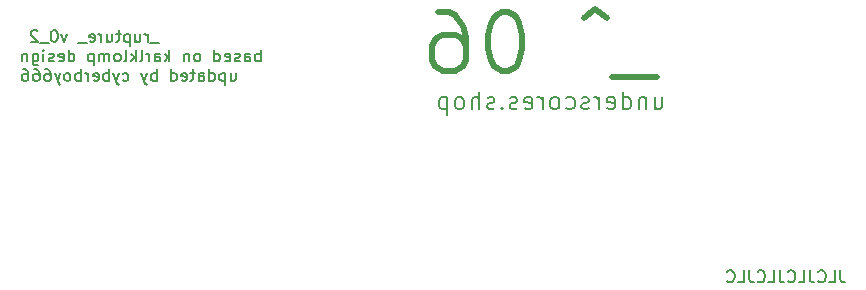
<source format=gbr>
G04 #@! TF.GenerationSoftware,KiCad,Pcbnew,5.1.10*
G04 #@! TF.CreationDate,2022-02-24T10:41:03+13:00*
G04 #@! TF.ProjectId,_rupture_panel,5f727570-7475-4726-955f-70616e656c2e,v0_2*
G04 #@! TF.SameCoordinates,Original*
G04 #@! TF.FileFunction,Legend,Bot*
G04 #@! TF.FilePolarity,Positive*
%FSLAX46Y46*%
G04 Gerber Fmt 4.6, Leading zero omitted, Abs format (unit mm)*
G04 Created by KiCad (PCBNEW 5.1.10) date 2022-02-24 10:41:03*
%MOMM*%
%LPD*%
G01*
G04 APERTURE LIST*
%ADD10C,0.150000*%
%ADD11C,0.500000*%
%ADD12C,0.200000*%
G04 APERTURE END LIST*
D10*
X192179047Y-87722380D02*
X192179047Y-88436666D01*
X192226666Y-88579523D01*
X192321904Y-88674761D01*
X192464761Y-88722380D01*
X192560000Y-88722380D01*
X191226666Y-88722380D02*
X191702857Y-88722380D01*
X191702857Y-87722380D01*
X190321904Y-88627142D02*
X190369523Y-88674761D01*
X190512380Y-88722380D01*
X190607619Y-88722380D01*
X190750476Y-88674761D01*
X190845714Y-88579523D01*
X190893333Y-88484285D01*
X190940952Y-88293809D01*
X190940952Y-88150952D01*
X190893333Y-87960476D01*
X190845714Y-87865238D01*
X190750476Y-87770000D01*
X190607619Y-87722380D01*
X190512380Y-87722380D01*
X190369523Y-87770000D01*
X190321904Y-87817619D01*
X189607619Y-87722380D02*
X189607619Y-88436666D01*
X189655238Y-88579523D01*
X189750476Y-88674761D01*
X189893333Y-88722380D01*
X189988571Y-88722380D01*
X188655238Y-88722380D02*
X189131428Y-88722380D01*
X189131428Y-87722380D01*
X187750476Y-88627142D02*
X187798095Y-88674761D01*
X187940952Y-88722380D01*
X188036190Y-88722380D01*
X188179047Y-88674761D01*
X188274285Y-88579523D01*
X188321904Y-88484285D01*
X188369523Y-88293809D01*
X188369523Y-88150952D01*
X188321904Y-87960476D01*
X188274285Y-87865238D01*
X188179047Y-87770000D01*
X188036190Y-87722380D01*
X187940952Y-87722380D01*
X187798095Y-87770000D01*
X187750476Y-87817619D01*
X187036190Y-87722380D02*
X187036190Y-88436666D01*
X187083809Y-88579523D01*
X187179047Y-88674761D01*
X187321904Y-88722380D01*
X187417142Y-88722380D01*
X186083809Y-88722380D02*
X186560000Y-88722380D01*
X186560000Y-87722380D01*
X185179047Y-88627142D02*
X185226666Y-88674761D01*
X185369523Y-88722380D01*
X185464761Y-88722380D01*
X185607619Y-88674761D01*
X185702857Y-88579523D01*
X185750476Y-88484285D01*
X185798095Y-88293809D01*
X185798095Y-88150952D01*
X185750476Y-87960476D01*
X185702857Y-87865238D01*
X185607619Y-87770000D01*
X185464761Y-87722380D01*
X185369523Y-87722380D01*
X185226666Y-87770000D01*
X185179047Y-87817619D01*
X184464761Y-87722380D02*
X184464761Y-88436666D01*
X184512380Y-88579523D01*
X184607619Y-88674761D01*
X184750476Y-88722380D01*
X184845714Y-88722380D01*
X183512380Y-88722380D02*
X183988571Y-88722380D01*
X183988571Y-87722380D01*
X182607619Y-88627142D02*
X182655238Y-88674761D01*
X182798095Y-88722380D01*
X182893333Y-88722380D01*
X183036190Y-88674761D01*
X183131428Y-88579523D01*
X183179047Y-88484285D01*
X183226666Y-88293809D01*
X183226666Y-88150952D01*
X183179047Y-87960476D01*
X183131428Y-87865238D01*
X183036190Y-87770000D01*
X182893333Y-87722380D01*
X182798095Y-87722380D01*
X182655238Y-87770000D01*
X182607619Y-87817619D01*
D11*
X176675000Y-71338095D02*
X172865476Y-71338095D01*
X172389285Y-66338095D02*
X171436904Y-65623809D01*
X170484523Y-66338095D01*
X164055952Y-65861904D02*
X163579761Y-65861904D01*
X163103571Y-66100000D01*
X162865476Y-66338095D01*
X162627380Y-66814285D01*
X162389285Y-67766666D01*
X162389285Y-68957142D01*
X162627380Y-69909523D01*
X162865476Y-70385714D01*
X163103571Y-70623809D01*
X163579761Y-70861904D01*
X164055952Y-70861904D01*
X164532142Y-70623809D01*
X164770238Y-70385714D01*
X165008333Y-69909523D01*
X165246428Y-68957142D01*
X165246428Y-67766666D01*
X165008333Y-66814285D01*
X164770238Y-66338095D01*
X164532142Y-66100000D01*
X164055952Y-65861904D01*
X158103571Y-65861904D02*
X159055952Y-65861904D01*
X159532142Y-66100000D01*
X159770238Y-66338095D01*
X160246428Y-67052380D01*
X160484523Y-68004761D01*
X160484523Y-69909523D01*
X160246428Y-70385714D01*
X160008333Y-70623809D01*
X159532142Y-70861904D01*
X158579761Y-70861904D01*
X158103571Y-70623809D01*
X157865476Y-70385714D01*
X157627380Y-69909523D01*
X157627380Y-68719047D01*
X157865476Y-68242857D01*
X158103571Y-68004761D01*
X158579761Y-67766666D01*
X159532142Y-67766666D01*
X160008333Y-68004761D01*
X160246428Y-68242857D01*
X160484523Y-68719047D01*
D12*
X176470000Y-73078571D02*
X176470000Y-74078571D01*
X177112857Y-73078571D02*
X177112857Y-73864285D01*
X177041428Y-74007142D01*
X176898571Y-74078571D01*
X176684285Y-74078571D01*
X176541428Y-74007142D01*
X176470000Y-73935714D01*
X175755714Y-73078571D02*
X175755714Y-74078571D01*
X175755714Y-73221428D02*
X175684285Y-73150000D01*
X175541428Y-73078571D01*
X175327142Y-73078571D01*
X175184285Y-73150000D01*
X175112857Y-73292857D01*
X175112857Y-74078571D01*
X173755714Y-74078571D02*
X173755714Y-72578571D01*
X173755714Y-74007142D02*
X173898571Y-74078571D01*
X174184285Y-74078571D01*
X174327142Y-74007142D01*
X174398571Y-73935714D01*
X174470000Y-73792857D01*
X174470000Y-73364285D01*
X174398571Y-73221428D01*
X174327142Y-73150000D01*
X174184285Y-73078571D01*
X173898571Y-73078571D01*
X173755714Y-73150000D01*
X172470000Y-74007142D02*
X172612857Y-74078571D01*
X172898571Y-74078571D01*
X173041428Y-74007142D01*
X173112857Y-73864285D01*
X173112857Y-73292857D01*
X173041428Y-73150000D01*
X172898571Y-73078571D01*
X172612857Y-73078571D01*
X172470000Y-73150000D01*
X172398571Y-73292857D01*
X172398571Y-73435714D01*
X173112857Y-73578571D01*
X171755714Y-74078571D02*
X171755714Y-73078571D01*
X171755714Y-73364285D02*
X171684285Y-73221428D01*
X171612857Y-73150000D01*
X171470000Y-73078571D01*
X171327142Y-73078571D01*
X170898571Y-74007142D02*
X170755714Y-74078571D01*
X170470000Y-74078571D01*
X170327142Y-74007142D01*
X170255714Y-73864285D01*
X170255714Y-73792857D01*
X170327142Y-73650000D01*
X170470000Y-73578571D01*
X170684285Y-73578571D01*
X170827142Y-73507142D01*
X170898571Y-73364285D01*
X170898571Y-73292857D01*
X170827142Y-73150000D01*
X170684285Y-73078571D01*
X170470000Y-73078571D01*
X170327142Y-73150000D01*
X168970000Y-74007142D02*
X169112857Y-74078571D01*
X169398571Y-74078571D01*
X169541428Y-74007142D01*
X169612857Y-73935714D01*
X169684285Y-73792857D01*
X169684285Y-73364285D01*
X169612857Y-73221428D01*
X169541428Y-73150000D01*
X169398571Y-73078571D01*
X169112857Y-73078571D01*
X168970000Y-73150000D01*
X168112857Y-74078571D02*
X168255714Y-74007142D01*
X168327142Y-73935714D01*
X168398571Y-73792857D01*
X168398571Y-73364285D01*
X168327142Y-73221428D01*
X168255714Y-73150000D01*
X168112857Y-73078571D01*
X167898571Y-73078571D01*
X167755714Y-73150000D01*
X167684285Y-73221428D01*
X167612857Y-73364285D01*
X167612857Y-73792857D01*
X167684285Y-73935714D01*
X167755714Y-74007142D01*
X167898571Y-74078571D01*
X168112857Y-74078571D01*
X166970000Y-74078571D02*
X166970000Y-73078571D01*
X166970000Y-73364285D02*
X166898571Y-73221428D01*
X166827142Y-73150000D01*
X166684285Y-73078571D01*
X166541428Y-73078571D01*
X165470000Y-74007142D02*
X165612857Y-74078571D01*
X165898571Y-74078571D01*
X166041428Y-74007142D01*
X166112857Y-73864285D01*
X166112857Y-73292857D01*
X166041428Y-73150000D01*
X165898571Y-73078571D01*
X165612857Y-73078571D01*
X165470000Y-73150000D01*
X165398571Y-73292857D01*
X165398571Y-73435714D01*
X166112857Y-73578571D01*
X164827142Y-74007142D02*
X164684285Y-74078571D01*
X164398571Y-74078571D01*
X164255714Y-74007142D01*
X164184285Y-73864285D01*
X164184285Y-73792857D01*
X164255714Y-73650000D01*
X164398571Y-73578571D01*
X164612857Y-73578571D01*
X164755714Y-73507142D01*
X164827142Y-73364285D01*
X164827142Y-73292857D01*
X164755714Y-73150000D01*
X164612857Y-73078571D01*
X164398571Y-73078571D01*
X164255714Y-73150000D01*
X163541428Y-73935714D02*
X163470000Y-74007142D01*
X163541428Y-74078571D01*
X163612857Y-74007142D01*
X163541428Y-73935714D01*
X163541428Y-74078571D01*
X162898571Y-74007142D02*
X162755714Y-74078571D01*
X162470000Y-74078571D01*
X162327142Y-74007142D01*
X162255714Y-73864285D01*
X162255714Y-73792857D01*
X162327142Y-73650000D01*
X162470000Y-73578571D01*
X162684285Y-73578571D01*
X162827142Y-73507142D01*
X162898571Y-73364285D01*
X162898571Y-73292857D01*
X162827142Y-73150000D01*
X162684285Y-73078571D01*
X162470000Y-73078571D01*
X162327142Y-73150000D01*
X161612857Y-74078571D02*
X161612857Y-72578571D01*
X160970000Y-74078571D02*
X160970000Y-73292857D01*
X161041428Y-73150000D01*
X161184285Y-73078571D01*
X161398571Y-73078571D01*
X161541428Y-73150000D01*
X161612857Y-73221428D01*
X160041428Y-74078571D02*
X160184285Y-74007142D01*
X160255714Y-73935714D01*
X160327142Y-73792857D01*
X160327142Y-73364285D01*
X160255714Y-73221428D01*
X160184285Y-73150000D01*
X160041428Y-73078571D01*
X159827142Y-73078571D01*
X159684285Y-73150000D01*
X159612857Y-73221428D01*
X159541428Y-73364285D01*
X159541428Y-73792857D01*
X159612857Y-73935714D01*
X159684285Y-74007142D01*
X159827142Y-74078571D01*
X160041428Y-74078571D01*
X158898571Y-73078571D02*
X158898571Y-74578571D01*
X158898571Y-73150000D02*
X158755714Y-73078571D01*
X158470000Y-73078571D01*
X158327142Y-73150000D01*
X158255714Y-73221428D01*
X158184285Y-73364285D01*
X158184285Y-73792857D01*
X158255714Y-73935714D01*
X158327142Y-74007142D01*
X158470000Y-74078571D01*
X158755714Y-74078571D01*
X158898571Y-74007142D01*
D10*
X134524642Y-68477619D02*
X133762738Y-68477619D01*
X133524642Y-68382380D02*
X133524642Y-67715714D01*
X133524642Y-67906190D02*
X133477023Y-67810952D01*
X133429404Y-67763333D01*
X133334166Y-67715714D01*
X133238928Y-67715714D01*
X132477023Y-67715714D02*
X132477023Y-68382380D01*
X132905595Y-67715714D02*
X132905595Y-68239523D01*
X132857976Y-68334761D01*
X132762738Y-68382380D01*
X132619880Y-68382380D01*
X132524642Y-68334761D01*
X132477023Y-68287142D01*
X132000833Y-67715714D02*
X132000833Y-68715714D01*
X132000833Y-67763333D02*
X131905595Y-67715714D01*
X131715119Y-67715714D01*
X131619880Y-67763333D01*
X131572261Y-67810952D01*
X131524642Y-67906190D01*
X131524642Y-68191904D01*
X131572261Y-68287142D01*
X131619880Y-68334761D01*
X131715119Y-68382380D01*
X131905595Y-68382380D01*
X132000833Y-68334761D01*
X131238928Y-67715714D02*
X130857976Y-67715714D01*
X131096071Y-67382380D02*
X131096071Y-68239523D01*
X131048452Y-68334761D01*
X130953214Y-68382380D01*
X130857976Y-68382380D01*
X130096071Y-67715714D02*
X130096071Y-68382380D01*
X130524642Y-67715714D02*
X130524642Y-68239523D01*
X130477023Y-68334761D01*
X130381785Y-68382380D01*
X130238928Y-68382380D01*
X130143690Y-68334761D01*
X130096071Y-68287142D01*
X129619880Y-68382380D02*
X129619880Y-67715714D01*
X129619880Y-67906190D02*
X129572261Y-67810952D01*
X129524642Y-67763333D01*
X129429404Y-67715714D01*
X129334166Y-67715714D01*
X128619880Y-68334761D02*
X128715119Y-68382380D01*
X128905595Y-68382380D01*
X129000833Y-68334761D01*
X129048452Y-68239523D01*
X129048452Y-67858571D01*
X129000833Y-67763333D01*
X128905595Y-67715714D01*
X128715119Y-67715714D01*
X128619880Y-67763333D01*
X128572261Y-67858571D01*
X128572261Y-67953809D01*
X129048452Y-68049047D01*
X128381785Y-68477619D02*
X127619880Y-68477619D01*
X126715119Y-67715714D02*
X126477023Y-68382380D01*
X126238928Y-67715714D01*
X125667500Y-67382380D02*
X125572261Y-67382380D01*
X125477023Y-67430000D01*
X125429404Y-67477619D01*
X125381785Y-67572857D01*
X125334166Y-67763333D01*
X125334166Y-68001428D01*
X125381785Y-68191904D01*
X125429404Y-68287142D01*
X125477023Y-68334761D01*
X125572261Y-68382380D01*
X125667500Y-68382380D01*
X125762738Y-68334761D01*
X125810357Y-68287142D01*
X125857976Y-68191904D01*
X125905595Y-68001428D01*
X125905595Y-67763333D01*
X125857976Y-67572857D01*
X125810357Y-67477619D01*
X125762738Y-67430000D01*
X125667500Y-67382380D01*
X125143690Y-68477619D02*
X124381785Y-68477619D01*
X124191309Y-67477619D02*
X124143690Y-67430000D01*
X124048452Y-67382380D01*
X123810357Y-67382380D01*
X123715119Y-67430000D01*
X123667500Y-67477619D01*
X123619880Y-67572857D01*
X123619880Y-67668095D01*
X123667500Y-67810952D01*
X124238928Y-68382380D01*
X123619880Y-68382380D01*
X143096071Y-70032380D02*
X143096071Y-69032380D01*
X143096071Y-69413333D02*
X143000833Y-69365714D01*
X142810357Y-69365714D01*
X142715119Y-69413333D01*
X142667500Y-69460952D01*
X142619880Y-69556190D01*
X142619880Y-69841904D01*
X142667500Y-69937142D01*
X142715119Y-69984761D01*
X142810357Y-70032380D01*
X143000833Y-70032380D01*
X143096071Y-69984761D01*
X141762738Y-70032380D02*
X141762738Y-69508571D01*
X141810357Y-69413333D01*
X141905595Y-69365714D01*
X142096071Y-69365714D01*
X142191309Y-69413333D01*
X141762738Y-69984761D02*
X141857976Y-70032380D01*
X142096071Y-70032380D01*
X142191309Y-69984761D01*
X142238928Y-69889523D01*
X142238928Y-69794285D01*
X142191309Y-69699047D01*
X142096071Y-69651428D01*
X141857976Y-69651428D01*
X141762738Y-69603809D01*
X141334166Y-69984761D02*
X141238928Y-70032380D01*
X141048452Y-70032380D01*
X140953214Y-69984761D01*
X140905595Y-69889523D01*
X140905595Y-69841904D01*
X140953214Y-69746666D01*
X141048452Y-69699047D01*
X141191309Y-69699047D01*
X141286547Y-69651428D01*
X141334166Y-69556190D01*
X141334166Y-69508571D01*
X141286547Y-69413333D01*
X141191309Y-69365714D01*
X141048452Y-69365714D01*
X140953214Y-69413333D01*
X140096071Y-69984761D02*
X140191309Y-70032380D01*
X140381785Y-70032380D01*
X140477023Y-69984761D01*
X140524642Y-69889523D01*
X140524642Y-69508571D01*
X140477023Y-69413333D01*
X140381785Y-69365714D01*
X140191309Y-69365714D01*
X140096071Y-69413333D01*
X140048452Y-69508571D01*
X140048452Y-69603809D01*
X140524642Y-69699047D01*
X139191309Y-70032380D02*
X139191309Y-69032380D01*
X139191309Y-69984761D02*
X139286547Y-70032380D01*
X139477023Y-70032380D01*
X139572261Y-69984761D01*
X139619880Y-69937142D01*
X139667500Y-69841904D01*
X139667500Y-69556190D01*
X139619880Y-69460952D01*
X139572261Y-69413333D01*
X139477023Y-69365714D01*
X139286547Y-69365714D01*
X139191309Y-69413333D01*
X137810357Y-70032380D02*
X137905595Y-69984761D01*
X137953214Y-69937142D01*
X138000833Y-69841904D01*
X138000833Y-69556190D01*
X137953214Y-69460952D01*
X137905595Y-69413333D01*
X137810357Y-69365714D01*
X137667500Y-69365714D01*
X137572261Y-69413333D01*
X137524642Y-69460952D01*
X137477023Y-69556190D01*
X137477023Y-69841904D01*
X137524642Y-69937142D01*
X137572261Y-69984761D01*
X137667500Y-70032380D01*
X137810357Y-70032380D01*
X137048452Y-69365714D02*
X137048452Y-70032380D01*
X137048452Y-69460952D02*
X137000833Y-69413333D01*
X136905595Y-69365714D01*
X136762738Y-69365714D01*
X136667500Y-69413333D01*
X136619880Y-69508571D01*
X136619880Y-70032380D01*
X135381785Y-70032380D02*
X135381785Y-69032380D01*
X135286547Y-69651428D02*
X135000833Y-70032380D01*
X135000833Y-69365714D02*
X135381785Y-69746666D01*
X134143690Y-70032380D02*
X134143690Y-69508571D01*
X134191309Y-69413333D01*
X134286547Y-69365714D01*
X134477023Y-69365714D01*
X134572261Y-69413333D01*
X134143690Y-69984761D02*
X134238928Y-70032380D01*
X134477023Y-70032380D01*
X134572261Y-69984761D01*
X134619880Y-69889523D01*
X134619880Y-69794285D01*
X134572261Y-69699047D01*
X134477023Y-69651428D01*
X134238928Y-69651428D01*
X134143690Y-69603809D01*
X133667500Y-70032380D02*
X133667500Y-69365714D01*
X133667500Y-69556190D02*
X133619880Y-69460952D01*
X133572261Y-69413333D01*
X133477023Y-69365714D01*
X133381785Y-69365714D01*
X132905595Y-70032380D02*
X133000833Y-69984761D01*
X133048452Y-69889523D01*
X133048452Y-69032380D01*
X132524642Y-70032380D02*
X132524642Y-69032380D01*
X132429404Y-69651428D02*
X132143690Y-70032380D01*
X132143690Y-69365714D02*
X132524642Y-69746666D01*
X131572261Y-70032380D02*
X131667500Y-69984761D01*
X131715119Y-69889523D01*
X131715119Y-69032380D01*
X131048452Y-70032380D02*
X131143690Y-69984761D01*
X131191309Y-69937142D01*
X131238928Y-69841904D01*
X131238928Y-69556190D01*
X131191309Y-69460952D01*
X131143690Y-69413333D01*
X131048452Y-69365714D01*
X130905595Y-69365714D01*
X130810357Y-69413333D01*
X130762738Y-69460952D01*
X130715119Y-69556190D01*
X130715119Y-69841904D01*
X130762738Y-69937142D01*
X130810357Y-69984761D01*
X130905595Y-70032380D01*
X131048452Y-70032380D01*
X130286547Y-70032380D02*
X130286547Y-69365714D01*
X130286547Y-69460952D02*
X130238928Y-69413333D01*
X130143690Y-69365714D01*
X130000833Y-69365714D01*
X129905595Y-69413333D01*
X129857976Y-69508571D01*
X129857976Y-70032380D01*
X129857976Y-69508571D02*
X129810357Y-69413333D01*
X129715119Y-69365714D01*
X129572261Y-69365714D01*
X129477023Y-69413333D01*
X129429404Y-69508571D01*
X129429404Y-70032380D01*
X128953214Y-69365714D02*
X128953214Y-70365714D01*
X128953214Y-69413333D02*
X128857976Y-69365714D01*
X128667500Y-69365714D01*
X128572261Y-69413333D01*
X128524642Y-69460952D01*
X128477023Y-69556190D01*
X128477023Y-69841904D01*
X128524642Y-69937142D01*
X128572261Y-69984761D01*
X128667500Y-70032380D01*
X128857976Y-70032380D01*
X128953214Y-69984761D01*
X126857976Y-70032380D02*
X126857976Y-69032380D01*
X126857976Y-69984761D02*
X126953214Y-70032380D01*
X127143690Y-70032380D01*
X127238928Y-69984761D01*
X127286547Y-69937142D01*
X127334166Y-69841904D01*
X127334166Y-69556190D01*
X127286547Y-69460952D01*
X127238928Y-69413333D01*
X127143690Y-69365714D01*
X126953214Y-69365714D01*
X126857976Y-69413333D01*
X126000833Y-69984761D02*
X126096071Y-70032380D01*
X126286547Y-70032380D01*
X126381785Y-69984761D01*
X126429404Y-69889523D01*
X126429404Y-69508571D01*
X126381785Y-69413333D01*
X126286547Y-69365714D01*
X126096071Y-69365714D01*
X126000833Y-69413333D01*
X125953214Y-69508571D01*
X125953214Y-69603809D01*
X126429404Y-69699047D01*
X125572261Y-69984761D02*
X125477023Y-70032380D01*
X125286547Y-70032380D01*
X125191309Y-69984761D01*
X125143690Y-69889523D01*
X125143690Y-69841904D01*
X125191309Y-69746666D01*
X125286547Y-69699047D01*
X125429404Y-69699047D01*
X125524642Y-69651428D01*
X125572261Y-69556190D01*
X125572261Y-69508571D01*
X125524642Y-69413333D01*
X125429404Y-69365714D01*
X125286547Y-69365714D01*
X125191309Y-69413333D01*
X124715119Y-70032380D02*
X124715119Y-69365714D01*
X124715119Y-69032380D02*
X124762738Y-69080000D01*
X124715119Y-69127619D01*
X124667500Y-69080000D01*
X124715119Y-69032380D01*
X124715119Y-69127619D01*
X123810357Y-69365714D02*
X123810357Y-70175238D01*
X123857976Y-70270476D01*
X123905595Y-70318095D01*
X124000833Y-70365714D01*
X124143690Y-70365714D01*
X124238928Y-70318095D01*
X123810357Y-69984761D02*
X123905595Y-70032380D01*
X124096071Y-70032380D01*
X124191309Y-69984761D01*
X124238928Y-69937142D01*
X124286547Y-69841904D01*
X124286547Y-69556190D01*
X124238928Y-69460952D01*
X124191309Y-69413333D01*
X124096071Y-69365714D01*
X123905595Y-69365714D01*
X123810357Y-69413333D01*
X123334166Y-69365714D02*
X123334166Y-70032380D01*
X123334166Y-69460952D02*
X123286547Y-69413333D01*
X123191309Y-69365714D01*
X123048452Y-69365714D01*
X122953214Y-69413333D01*
X122905595Y-69508571D01*
X122905595Y-70032380D01*
X140572261Y-71015714D02*
X140572261Y-71682380D01*
X141000833Y-71015714D02*
X141000833Y-71539523D01*
X140953214Y-71634761D01*
X140857976Y-71682380D01*
X140715119Y-71682380D01*
X140619880Y-71634761D01*
X140572261Y-71587142D01*
X140096071Y-71015714D02*
X140096071Y-72015714D01*
X140096071Y-71063333D02*
X140000833Y-71015714D01*
X139810357Y-71015714D01*
X139715119Y-71063333D01*
X139667500Y-71110952D01*
X139619880Y-71206190D01*
X139619880Y-71491904D01*
X139667500Y-71587142D01*
X139715119Y-71634761D01*
X139810357Y-71682380D01*
X140000833Y-71682380D01*
X140096071Y-71634761D01*
X138762738Y-71682380D02*
X138762738Y-70682380D01*
X138762738Y-71634761D02*
X138857976Y-71682380D01*
X139048452Y-71682380D01*
X139143690Y-71634761D01*
X139191309Y-71587142D01*
X139238928Y-71491904D01*
X139238928Y-71206190D01*
X139191309Y-71110952D01*
X139143690Y-71063333D01*
X139048452Y-71015714D01*
X138857976Y-71015714D01*
X138762738Y-71063333D01*
X137857976Y-71682380D02*
X137857976Y-71158571D01*
X137905595Y-71063333D01*
X138000833Y-71015714D01*
X138191309Y-71015714D01*
X138286547Y-71063333D01*
X137857976Y-71634761D02*
X137953214Y-71682380D01*
X138191309Y-71682380D01*
X138286547Y-71634761D01*
X138334166Y-71539523D01*
X138334166Y-71444285D01*
X138286547Y-71349047D01*
X138191309Y-71301428D01*
X137953214Y-71301428D01*
X137857976Y-71253809D01*
X137524642Y-71015714D02*
X137143690Y-71015714D01*
X137381785Y-70682380D02*
X137381785Y-71539523D01*
X137334166Y-71634761D01*
X137238928Y-71682380D01*
X137143690Y-71682380D01*
X136429404Y-71634761D02*
X136524642Y-71682380D01*
X136715119Y-71682380D01*
X136810357Y-71634761D01*
X136857976Y-71539523D01*
X136857976Y-71158571D01*
X136810357Y-71063333D01*
X136715119Y-71015714D01*
X136524642Y-71015714D01*
X136429404Y-71063333D01*
X136381785Y-71158571D01*
X136381785Y-71253809D01*
X136857976Y-71349047D01*
X135524642Y-71682380D02*
X135524642Y-70682380D01*
X135524642Y-71634761D02*
X135619880Y-71682380D01*
X135810357Y-71682380D01*
X135905595Y-71634761D01*
X135953214Y-71587142D01*
X136000833Y-71491904D01*
X136000833Y-71206190D01*
X135953214Y-71110952D01*
X135905595Y-71063333D01*
X135810357Y-71015714D01*
X135619880Y-71015714D01*
X135524642Y-71063333D01*
X134286547Y-71682380D02*
X134286547Y-70682380D01*
X134286547Y-71063333D02*
X134191309Y-71015714D01*
X134000833Y-71015714D01*
X133905595Y-71063333D01*
X133857976Y-71110952D01*
X133810357Y-71206190D01*
X133810357Y-71491904D01*
X133857976Y-71587142D01*
X133905595Y-71634761D01*
X134000833Y-71682380D01*
X134191309Y-71682380D01*
X134286547Y-71634761D01*
X133477023Y-71015714D02*
X133238928Y-71682380D01*
X133000833Y-71015714D02*
X133238928Y-71682380D01*
X133334166Y-71920476D01*
X133381785Y-71968095D01*
X133477023Y-72015714D01*
X131429404Y-71634761D02*
X131524642Y-71682380D01*
X131715119Y-71682380D01*
X131810357Y-71634761D01*
X131857976Y-71587142D01*
X131905595Y-71491904D01*
X131905595Y-71206190D01*
X131857976Y-71110952D01*
X131810357Y-71063333D01*
X131715119Y-71015714D01*
X131524642Y-71015714D01*
X131429404Y-71063333D01*
X131096071Y-71015714D02*
X130857976Y-71682380D01*
X130619880Y-71015714D02*
X130857976Y-71682380D01*
X130953214Y-71920476D01*
X131000833Y-71968095D01*
X131096071Y-72015714D01*
X130238928Y-71682380D02*
X130238928Y-70682380D01*
X130238928Y-71063333D02*
X130143690Y-71015714D01*
X129953214Y-71015714D01*
X129857976Y-71063333D01*
X129810357Y-71110952D01*
X129762738Y-71206190D01*
X129762738Y-71491904D01*
X129810357Y-71587142D01*
X129857976Y-71634761D01*
X129953214Y-71682380D01*
X130143690Y-71682380D01*
X130238928Y-71634761D01*
X128953214Y-71634761D02*
X129048452Y-71682380D01*
X129238928Y-71682380D01*
X129334166Y-71634761D01*
X129381785Y-71539523D01*
X129381785Y-71158571D01*
X129334166Y-71063333D01*
X129238928Y-71015714D01*
X129048452Y-71015714D01*
X128953214Y-71063333D01*
X128905595Y-71158571D01*
X128905595Y-71253809D01*
X129381785Y-71349047D01*
X128477023Y-71682380D02*
X128477023Y-71015714D01*
X128477023Y-71206190D02*
X128429404Y-71110952D01*
X128381785Y-71063333D01*
X128286547Y-71015714D01*
X128191309Y-71015714D01*
X127857976Y-71682380D02*
X127857976Y-70682380D01*
X127857976Y-71063333D02*
X127762738Y-71015714D01*
X127572261Y-71015714D01*
X127477023Y-71063333D01*
X127429404Y-71110952D01*
X127381785Y-71206190D01*
X127381785Y-71491904D01*
X127429404Y-71587142D01*
X127477023Y-71634761D01*
X127572261Y-71682380D01*
X127762738Y-71682380D01*
X127857976Y-71634761D01*
X126810357Y-71682380D02*
X126905595Y-71634761D01*
X126953214Y-71587142D01*
X127000833Y-71491904D01*
X127000833Y-71206190D01*
X126953214Y-71110952D01*
X126905595Y-71063333D01*
X126810357Y-71015714D01*
X126667500Y-71015714D01*
X126572261Y-71063333D01*
X126524642Y-71110952D01*
X126477023Y-71206190D01*
X126477023Y-71491904D01*
X126524642Y-71587142D01*
X126572261Y-71634761D01*
X126667500Y-71682380D01*
X126810357Y-71682380D01*
X126143690Y-71015714D02*
X125905595Y-71682380D01*
X125667500Y-71015714D02*
X125905595Y-71682380D01*
X126000833Y-71920476D01*
X126048452Y-71968095D01*
X126143690Y-72015714D01*
X124857976Y-70682380D02*
X125048452Y-70682380D01*
X125143690Y-70730000D01*
X125191309Y-70777619D01*
X125286547Y-70920476D01*
X125334166Y-71110952D01*
X125334166Y-71491904D01*
X125286547Y-71587142D01*
X125238928Y-71634761D01*
X125143690Y-71682380D01*
X124953214Y-71682380D01*
X124857976Y-71634761D01*
X124810357Y-71587142D01*
X124762738Y-71491904D01*
X124762738Y-71253809D01*
X124810357Y-71158571D01*
X124857976Y-71110952D01*
X124953214Y-71063333D01*
X125143690Y-71063333D01*
X125238928Y-71110952D01*
X125286547Y-71158571D01*
X125334166Y-71253809D01*
X123905595Y-70682380D02*
X124096071Y-70682380D01*
X124191309Y-70730000D01*
X124238928Y-70777619D01*
X124334166Y-70920476D01*
X124381785Y-71110952D01*
X124381785Y-71491904D01*
X124334166Y-71587142D01*
X124286547Y-71634761D01*
X124191309Y-71682380D01*
X124000833Y-71682380D01*
X123905595Y-71634761D01*
X123857976Y-71587142D01*
X123810357Y-71491904D01*
X123810357Y-71253809D01*
X123857976Y-71158571D01*
X123905595Y-71110952D01*
X124000833Y-71063333D01*
X124191309Y-71063333D01*
X124286547Y-71110952D01*
X124334166Y-71158571D01*
X124381785Y-71253809D01*
X122953214Y-70682380D02*
X123143690Y-70682380D01*
X123238928Y-70730000D01*
X123286547Y-70777619D01*
X123381785Y-70920476D01*
X123429404Y-71110952D01*
X123429404Y-71491904D01*
X123381785Y-71587142D01*
X123334166Y-71634761D01*
X123238928Y-71682380D01*
X123048452Y-71682380D01*
X122953214Y-71634761D01*
X122905595Y-71587142D01*
X122857976Y-71491904D01*
X122857976Y-71253809D01*
X122905595Y-71158571D01*
X122953214Y-71110952D01*
X123048452Y-71063333D01*
X123238928Y-71063333D01*
X123334166Y-71110952D01*
X123381785Y-71158571D01*
X123429404Y-71253809D01*
M02*

</source>
